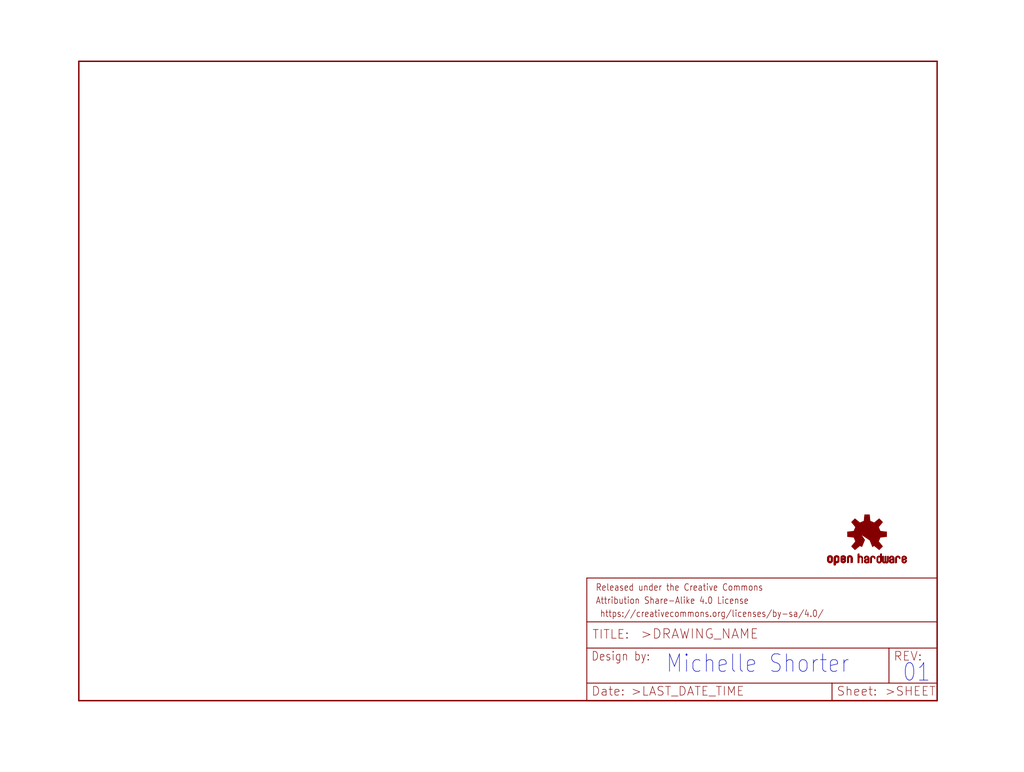
<source format=kicad_sch>
(kicad_sch (version 20211123) (generator eeschema)
  (paper "User" 297.002 223.926)
  (lib_symbols
    (symbol "eagleSchem-eagle-import:FRAME-LETTER"
      (symbol "FRAME-LETTER_2_0"
        (text " https://creativecommons.org/licenses/by-sa/4.0/" (at 2.54 24.13 0) (effects (font (size 1.9304 1.6408)) (justify left bottom)))
        (text ">DRAWING_NAME" (at 15.494 17.78 0) (effects (font (size 2.7432 2.7432)) (justify left bottom)))
        (text ">LAST_DATE_TIME" (at 12.7 1.27 0) (effects (font (size 2.54 2.54)) (justify left bottom)))
        (text ">SHEET" (at 86.36 1.27 0) (effects (font (size 2.54 2.54)) (justify left bottom)))
        (text "Attribution Share-Alike 4.0 License" (at 2.54 27.94 0) (effects (font (size 1.9304 1.6408)) (justify left bottom)))
        (text "Date:" (at 1.27 1.27 0) (effects (font (size 2.54 2.54)) (justify left bottom)))
        (text "Design by:" (at 1.27 11.43 0) (effects (font (size 2.54 2.159)) (justify left bottom)))
        (text "Released under the Creative Commons" (at 2.54 31.75 0) (effects (font (size 1.9304 1.6408)) (justify left bottom)))
        (text "REV:" (at 88.9 11.43 0) (effects (font (size 2.54 2.54)) (justify left bottom)))
        (text "Sheet:" (at 72.39 1.27 0) (effects (font (size 2.54 2.54)) (justify left bottom)))
        (text "TITLE:" (at 1.524 17.78 0) (effects (font (size 2.54 2.54)) (justify left bottom)))
      )
    )
    (symbol "eagleSchem-eagle-import:OSHW-LOGOM")
  )
  (text "Michelle Shorter" (at 193.04 195.58 180) (effects (font (size 5.08 4.318)) (justify left bottom)))
  (text "01" (at 261.62 198.12 180) (effects (font (size 5.08 4.318)) (justify left bottom)))
  (symbol (lib_id "eagleSchem-eagle-import:FRAME-LETTER") (at 170.18 203.2 0) (unit 2)
    (property "Reference" "FRAME1" (effects hide))
    (property "Value" "FRAME-LETTER" (effects hide))
    (property "Footprint" "eagleSchem:CREATIVE_COMMONS" (effects hide))
  )
  (symbol (lib_id "eagleSchem-eagle-import:OSHW-LOGOM") (at 251.46 154.94 0) (unit 1)
    (property "Reference" "LOGO1" (effects hide))
    (property "Value" "OSHW-LOGOM" (effects hide))
    (property "Footprint" "eagleSchem:OSHW-LOGO-M" (effects hide))
  )
  (symbol (lib_id "eagleSchem-eagle-import:FRAME-LETTER") (at 22.86 203.2 0) (unit 1)
    (property "Reference" "FRAME1" (effects hide))
    (property "Value" "FRAME-LETTER" (effects hide))
    (property "Footprint" "eagleSchem:CREATIVE_COMMONS" (effects hide))
  )
)
</source>
